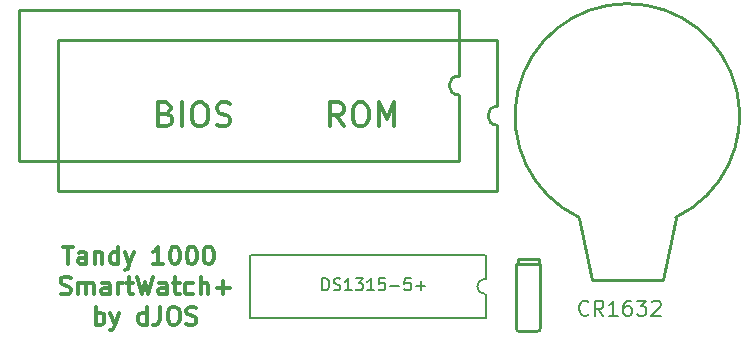
<source format=gbr>
G04 #@! TF.GenerationSoftware,KiCad,Pcbnew,(5.1.5-0-10_14)*
G04 #@! TF.CreationDate,2020-05-18T10:40:38+10:00*
G04 #@! TF.ProjectId,SmartWatch+,536d6172-7457-4617-9463-682b2e6b6963,rev?*
G04 #@! TF.SameCoordinates,Original*
G04 #@! TF.FileFunction,Legend,Top*
G04 #@! TF.FilePolarity,Positive*
%FSLAX46Y46*%
G04 Gerber Fmt 4.6, Leading zero omitted, Abs format (unit mm)*
G04 Created by KiCad (PCBNEW (5.1.5-0-10_14)) date 2020-05-18 10:40:38*
%MOMM*%
%LPD*%
G04 APERTURE LIST*
%ADD10C,0.300000*%
%ADD11C,0.250000*%
%ADD12C,0.152400*%
%ADD13C,0.150000*%
G04 APERTURE END LIST*
D10*
X33719666Y-32369142D02*
X34005380Y-32464380D01*
X34100619Y-32559619D01*
X34195857Y-32750095D01*
X34195857Y-33035809D01*
X34100619Y-33226285D01*
X34005380Y-33321523D01*
X33814904Y-33416761D01*
X33053000Y-33416761D01*
X33053000Y-31416761D01*
X33719666Y-31416761D01*
X33910142Y-31512000D01*
X34005380Y-31607238D01*
X34100619Y-31797714D01*
X34100619Y-31988190D01*
X34005380Y-32178666D01*
X33910142Y-32273904D01*
X33719666Y-32369142D01*
X33053000Y-32369142D01*
X35053000Y-33416761D02*
X35053000Y-31416761D01*
X36386333Y-31416761D02*
X36767285Y-31416761D01*
X36957761Y-31512000D01*
X37148238Y-31702476D01*
X37243476Y-32083428D01*
X37243476Y-32750095D01*
X37148238Y-33131047D01*
X36957761Y-33321523D01*
X36767285Y-33416761D01*
X36386333Y-33416761D01*
X36195857Y-33321523D01*
X36005380Y-33131047D01*
X35910142Y-32750095D01*
X35910142Y-32083428D01*
X36005380Y-31702476D01*
X36195857Y-31512000D01*
X36386333Y-31416761D01*
X38005380Y-33321523D02*
X38291095Y-33416761D01*
X38767285Y-33416761D01*
X38957761Y-33321523D01*
X39053000Y-33226285D01*
X39148238Y-33035809D01*
X39148238Y-32845333D01*
X39053000Y-32654857D01*
X38957761Y-32559619D01*
X38767285Y-32464380D01*
X38386333Y-32369142D01*
X38195857Y-32273904D01*
X38100619Y-32178666D01*
X38005380Y-31988190D01*
X38005380Y-31797714D01*
X38100619Y-31607238D01*
X38195857Y-31512000D01*
X38386333Y-31416761D01*
X38862523Y-31416761D01*
X39148238Y-31512000D01*
X48767285Y-33416761D02*
X48100619Y-32464380D01*
X47624428Y-33416761D02*
X47624428Y-31416761D01*
X48386333Y-31416761D01*
X48576809Y-31512000D01*
X48672047Y-31607238D01*
X48767285Y-31797714D01*
X48767285Y-32083428D01*
X48672047Y-32273904D01*
X48576809Y-32369142D01*
X48386333Y-32464380D01*
X47624428Y-32464380D01*
X50005380Y-31416761D02*
X50386333Y-31416761D01*
X50576809Y-31512000D01*
X50767285Y-31702476D01*
X50862523Y-32083428D01*
X50862523Y-32750095D01*
X50767285Y-33131047D01*
X50576809Y-33321523D01*
X50386333Y-33416761D01*
X50005380Y-33416761D01*
X49814904Y-33321523D01*
X49624428Y-33131047D01*
X49529190Y-32750095D01*
X49529190Y-32083428D01*
X49624428Y-31702476D01*
X49814904Y-31512000D01*
X50005380Y-31416761D01*
X51719666Y-33416761D02*
X51719666Y-31416761D01*
X52386333Y-32845333D01*
X53053000Y-31416761D01*
X53053000Y-33416761D01*
X24968285Y-43618571D02*
X25825428Y-43618571D01*
X25396857Y-45118571D02*
X25396857Y-43618571D01*
X26968285Y-45118571D02*
X26968285Y-44332857D01*
X26896857Y-44190000D01*
X26754000Y-44118571D01*
X26468285Y-44118571D01*
X26325428Y-44190000D01*
X26968285Y-45047142D02*
X26825428Y-45118571D01*
X26468285Y-45118571D01*
X26325428Y-45047142D01*
X26254000Y-44904285D01*
X26254000Y-44761428D01*
X26325428Y-44618571D01*
X26468285Y-44547142D01*
X26825428Y-44547142D01*
X26968285Y-44475714D01*
X27682571Y-44118571D02*
X27682571Y-45118571D01*
X27682571Y-44261428D02*
X27754000Y-44190000D01*
X27896857Y-44118571D01*
X28111142Y-44118571D01*
X28254000Y-44190000D01*
X28325428Y-44332857D01*
X28325428Y-45118571D01*
X29682571Y-45118571D02*
X29682571Y-43618571D01*
X29682571Y-45047142D02*
X29539714Y-45118571D01*
X29254000Y-45118571D01*
X29111142Y-45047142D01*
X29039714Y-44975714D01*
X28968285Y-44832857D01*
X28968285Y-44404285D01*
X29039714Y-44261428D01*
X29111142Y-44190000D01*
X29254000Y-44118571D01*
X29539714Y-44118571D01*
X29682571Y-44190000D01*
X30254000Y-44118571D02*
X30611142Y-45118571D01*
X30968285Y-44118571D02*
X30611142Y-45118571D01*
X30468285Y-45475714D01*
X30396857Y-45547142D01*
X30254000Y-45618571D01*
X33468285Y-45118571D02*
X32611142Y-45118571D01*
X33039714Y-45118571D02*
X33039714Y-43618571D01*
X32896857Y-43832857D01*
X32754000Y-43975714D01*
X32611142Y-44047142D01*
X34396857Y-43618571D02*
X34539714Y-43618571D01*
X34682571Y-43690000D01*
X34754000Y-43761428D01*
X34825428Y-43904285D01*
X34896857Y-44190000D01*
X34896857Y-44547142D01*
X34825428Y-44832857D01*
X34754000Y-44975714D01*
X34682571Y-45047142D01*
X34539714Y-45118571D01*
X34396857Y-45118571D01*
X34254000Y-45047142D01*
X34182571Y-44975714D01*
X34111142Y-44832857D01*
X34039714Y-44547142D01*
X34039714Y-44190000D01*
X34111142Y-43904285D01*
X34182571Y-43761428D01*
X34254000Y-43690000D01*
X34396857Y-43618571D01*
X35825428Y-43618571D02*
X35968285Y-43618571D01*
X36111142Y-43690000D01*
X36182571Y-43761428D01*
X36254000Y-43904285D01*
X36325428Y-44190000D01*
X36325428Y-44547142D01*
X36254000Y-44832857D01*
X36182571Y-44975714D01*
X36111142Y-45047142D01*
X35968285Y-45118571D01*
X35825428Y-45118571D01*
X35682571Y-45047142D01*
X35611142Y-44975714D01*
X35539714Y-44832857D01*
X35468285Y-44547142D01*
X35468285Y-44190000D01*
X35539714Y-43904285D01*
X35611142Y-43761428D01*
X35682571Y-43690000D01*
X35825428Y-43618571D01*
X37254000Y-43618571D02*
X37396857Y-43618571D01*
X37539714Y-43690000D01*
X37611142Y-43761428D01*
X37682571Y-43904285D01*
X37754000Y-44190000D01*
X37754000Y-44547142D01*
X37682571Y-44832857D01*
X37611142Y-44975714D01*
X37539714Y-45047142D01*
X37396857Y-45118571D01*
X37254000Y-45118571D01*
X37111142Y-45047142D01*
X37039714Y-44975714D01*
X36968285Y-44832857D01*
X36896857Y-44547142D01*
X36896857Y-44190000D01*
X36968285Y-43904285D01*
X37039714Y-43761428D01*
X37111142Y-43690000D01*
X37254000Y-43618571D01*
X24789714Y-47597142D02*
X25004000Y-47668571D01*
X25361142Y-47668571D01*
X25504000Y-47597142D01*
X25575428Y-47525714D01*
X25646857Y-47382857D01*
X25646857Y-47240000D01*
X25575428Y-47097142D01*
X25504000Y-47025714D01*
X25361142Y-46954285D01*
X25075428Y-46882857D01*
X24932571Y-46811428D01*
X24861142Y-46740000D01*
X24789714Y-46597142D01*
X24789714Y-46454285D01*
X24861142Y-46311428D01*
X24932571Y-46240000D01*
X25075428Y-46168571D01*
X25432571Y-46168571D01*
X25646857Y-46240000D01*
X26289714Y-47668571D02*
X26289714Y-46668571D01*
X26289714Y-46811428D02*
X26361142Y-46740000D01*
X26504000Y-46668571D01*
X26718285Y-46668571D01*
X26861142Y-46740000D01*
X26932571Y-46882857D01*
X26932571Y-47668571D01*
X26932571Y-46882857D02*
X27004000Y-46740000D01*
X27146857Y-46668571D01*
X27361142Y-46668571D01*
X27504000Y-46740000D01*
X27575428Y-46882857D01*
X27575428Y-47668571D01*
X28932571Y-47668571D02*
X28932571Y-46882857D01*
X28861142Y-46740000D01*
X28718285Y-46668571D01*
X28432571Y-46668571D01*
X28289714Y-46740000D01*
X28932571Y-47597142D02*
X28789714Y-47668571D01*
X28432571Y-47668571D01*
X28289714Y-47597142D01*
X28218285Y-47454285D01*
X28218285Y-47311428D01*
X28289714Y-47168571D01*
X28432571Y-47097142D01*
X28789714Y-47097142D01*
X28932571Y-47025714D01*
X29646857Y-47668571D02*
X29646857Y-46668571D01*
X29646857Y-46954285D02*
X29718285Y-46811428D01*
X29789714Y-46740000D01*
X29932571Y-46668571D01*
X30075428Y-46668571D01*
X30361142Y-46668571D02*
X30932571Y-46668571D01*
X30575428Y-46168571D02*
X30575428Y-47454285D01*
X30646857Y-47597142D01*
X30789714Y-47668571D01*
X30932571Y-47668571D01*
X31289714Y-46168571D02*
X31646857Y-47668571D01*
X31932571Y-46597142D01*
X32218285Y-47668571D01*
X32575428Y-46168571D01*
X33789714Y-47668571D02*
X33789714Y-46882857D01*
X33718285Y-46740000D01*
X33575428Y-46668571D01*
X33289714Y-46668571D01*
X33146857Y-46740000D01*
X33789714Y-47597142D02*
X33646857Y-47668571D01*
X33289714Y-47668571D01*
X33146857Y-47597142D01*
X33075428Y-47454285D01*
X33075428Y-47311428D01*
X33146857Y-47168571D01*
X33289714Y-47097142D01*
X33646857Y-47097142D01*
X33789714Y-47025714D01*
X34289714Y-46668571D02*
X34861142Y-46668571D01*
X34504000Y-46168571D02*
X34504000Y-47454285D01*
X34575428Y-47597142D01*
X34718285Y-47668571D01*
X34861142Y-47668571D01*
X36004000Y-47597142D02*
X35861142Y-47668571D01*
X35575428Y-47668571D01*
X35432571Y-47597142D01*
X35361142Y-47525714D01*
X35289714Y-47382857D01*
X35289714Y-46954285D01*
X35361142Y-46811428D01*
X35432571Y-46740000D01*
X35575428Y-46668571D01*
X35861142Y-46668571D01*
X36004000Y-46740000D01*
X36646857Y-47668571D02*
X36646857Y-46168571D01*
X37289714Y-47668571D02*
X37289714Y-46882857D01*
X37218285Y-46740000D01*
X37075428Y-46668571D01*
X36861142Y-46668571D01*
X36718285Y-46740000D01*
X36646857Y-46811428D01*
X38004000Y-47097142D02*
X39146857Y-47097142D01*
X38575428Y-47668571D02*
X38575428Y-46525714D01*
X27789714Y-50218571D02*
X27789714Y-48718571D01*
X27789714Y-49290000D02*
X27932571Y-49218571D01*
X28218285Y-49218571D01*
X28361142Y-49290000D01*
X28432571Y-49361428D01*
X28504000Y-49504285D01*
X28504000Y-49932857D01*
X28432571Y-50075714D01*
X28361142Y-50147142D01*
X28218285Y-50218571D01*
X27932571Y-50218571D01*
X27789714Y-50147142D01*
X29004000Y-49218571D02*
X29361142Y-50218571D01*
X29718285Y-49218571D02*
X29361142Y-50218571D01*
X29218285Y-50575714D01*
X29146857Y-50647142D01*
X29004000Y-50718571D01*
X32075428Y-50218571D02*
X32075428Y-48718571D01*
X32075428Y-50147142D02*
X31932571Y-50218571D01*
X31646857Y-50218571D01*
X31504000Y-50147142D01*
X31432571Y-50075714D01*
X31361142Y-49932857D01*
X31361142Y-49504285D01*
X31432571Y-49361428D01*
X31504000Y-49290000D01*
X31646857Y-49218571D01*
X31932571Y-49218571D01*
X32075428Y-49290000D01*
X33218285Y-48718571D02*
X33218285Y-49790000D01*
X33146857Y-50004285D01*
X33004000Y-50147142D01*
X32789714Y-50218571D01*
X32646857Y-50218571D01*
X34218285Y-48718571D02*
X34504000Y-48718571D01*
X34646857Y-48790000D01*
X34789714Y-48932857D01*
X34861142Y-49218571D01*
X34861142Y-49718571D01*
X34789714Y-50004285D01*
X34646857Y-50147142D01*
X34504000Y-50218571D01*
X34218285Y-50218571D01*
X34075428Y-50147142D01*
X33932571Y-50004285D01*
X33861142Y-49718571D01*
X33861142Y-49218571D01*
X33932571Y-48932857D01*
X34075428Y-48790000D01*
X34218285Y-48718571D01*
X35432571Y-50147142D02*
X35646857Y-50218571D01*
X36004000Y-50218571D01*
X36146857Y-50147142D01*
X36218285Y-50075714D01*
X36289714Y-49932857D01*
X36289714Y-49790000D01*
X36218285Y-49647142D01*
X36146857Y-49575714D01*
X36004000Y-49504285D01*
X35718285Y-49432857D01*
X35575428Y-49361428D01*
X35504000Y-49290000D01*
X35432571Y-49147142D01*
X35432571Y-49004285D01*
X35504000Y-48861428D01*
X35575428Y-48790000D01*
X35718285Y-48718571D01*
X36075428Y-48718571D01*
X36289714Y-48790000D01*
D11*
X63500000Y-45085000D02*
X65278000Y-45085000D01*
X63373000Y-45085000D02*
X63500000Y-45085000D01*
X65405000Y-45085000D02*
X65405000Y-50546000D01*
X65405000Y-45085000D02*
X65278000Y-45085000D01*
X65278000Y-44704000D02*
X65278000Y-45085000D01*
X63373000Y-45085000D02*
X63373000Y-50546000D01*
X63500000Y-44704000D02*
X63500000Y-45085000D01*
X65151000Y-50800000D02*
X63627000Y-50800000D01*
X65405000Y-50545999D02*
G75*
G02X65151000Y-50800000I-253838J-163D01*
G01*
X63627001Y-50800000D02*
G75*
G02X63373000Y-50546000I-163J253838D01*
G01*
X65278000Y-44704000D02*
X63500000Y-44704000D01*
X61767300Y-38942800D02*
X24567300Y-38942800D01*
X24567300Y-26142800D02*
X24567300Y-38942800D01*
X61767300Y-26142800D02*
X24567300Y-26142800D01*
X61767300Y-26142800D02*
X61767300Y-31742800D01*
X61767300Y-38942800D02*
X61767300Y-33342800D01*
X61767300Y-33342800D02*
G75*
G02X61767300Y-31742800I372J800000D01*
G01*
X68670000Y-41142000D02*
G75*
G02X76872000Y-41142000I4101000J8581062D01*
G01*
X75772000Y-46482000D02*
X76872000Y-41182000D01*
X69770000Y-46482000D02*
X68670000Y-41182000D01*
X69770000Y-46482000D02*
X75772000Y-46482000D01*
X58490700Y-36377400D02*
X21290700Y-36377400D01*
X21290700Y-23577400D02*
X21290700Y-36377400D01*
X58490700Y-23577400D02*
X21290700Y-23577400D01*
X58490700Y-23577400D02*
X58490700Y-29177400D01*
X58490700Y-36377400D02*
X58490700Y-30777400D01*
X58490700Y-30777400D02*
G75*
G02X58490700Y-29177400I372J800000D01*
G01*
D12*
X40894000Y-49657000D02*
X60706000Y-49657000D01*
X60769500Y-49657000D02*
X60769500Y-47625000D01*
X60706000Y-44323000D02*
X40894000Y-44323000D01*
X40830500Y-44323000D02*
X40830500Y-49657000D01*
X60706000Y-46355000D02*
G75*
G03X60706000Y-47625000I0J-635000D01*
G01*
X60769500Y-46355000D02*
X60769500Y-44323000D01*
D13*
X69475047Y-49348571D02*
X69414571Y-49409047D01*
X69233142Y-49469523D01*
X69112190Y-49469523D01*
X68930761Y-49409047D01*
X68809809Y-49288095D01*
X68749333Y-49167142D01*
X68688857Y-48925238D01*
X68688857Y-48743809D01*
X68749333Y-48501904D01*
X68809809Y-48380952D01*
X68930761Y-48260000D01*
X69112190Y-48199523D01*
X69233142Y-48199523D01*
X69414571Y-48260000D01*
X69475047Y-48320476D01*
X70745047Y-49469523D02*
X70321714Y-48864761D01*
X70019333Y-49469523D02*
X70019333Y-48199523D01*
X70503142Y-48199523D01*
X70624095Y-48260000D01*
X70684571Y-48320476D01*
X70745047Y-48441428D01*
X70745047Y-48622857D01*
X70684571Y-48743809D01*
X70624095Y-48804285D01*
X70503142Y-48864761D01*
X70019333Y-48864761D01*
X71954571Y-49469523D02*
X71228857Y-49469523D01*
X71591714Y-49469523D02*
X71591714Y-48199523D01*
X71470761Y-48380952D01*
X71349809Y-48501904D01*
X71228857Y-48562380D01*
X73043142Y-48199523D02*
X72801238Y-48199523D01*
X72680285Y-48260000D01*
X72619809Y-48320476D01*
X72498857Y-48501904D01*
X72438380Y-48743809D01*
X72438380Y-49227619D01*
X72498857Y-49348571D01*
X72559333Y-49409047D01*
X72680285Y-49469523D01*
X72922190Y-49469523D01*
X73043142Y-49409047D01*
X73103619Y-49348571D01*
X73164095Y-49227619D01*
X73164095Y-48925238D01*
X73103619Y-48804285D01*
X73043142Y-48743809D01*
X72922190Y-48683333D01*
X72680285Y-48683333D01*
X72559333Y-48743809D01*
X72498857Y-48804285D01*
X72438380Y-48925238D01*
X73587428Y-48199523D02*
X74373619Y-48199523D01*
X73950285Y-48683333D01*
X74131714Y-48683333D01*
X74252666Y-48743809D01*
X74313142Y-48804285D01*
X74373619Y-48925238D01*
X74373619Y-49227619D01*
X74313142Y-49348571D01*
X74252666Y-49409047D01*
X74131714Y-49469523D01*
X73768857Y-49469523D01*
X73647904Y-49409047D01*
X73587428Y-49348571D01*
X74857428Y-48320476D02*
X74917904Y-48260000D01*
X75038857Y-48199523D01*
X75341238Y-48199523D01*
X75462190Y-48260000D01*
X75522666Y-48320476D01*
X75583142Y-48441428D01*
X75583142Y-48562380D01*
X75522666Y-48743809D01*
X74796952Y-49469523D01*
X75583142Y-49469523D01*
X46950857Y-47315380D02*
X46950857Y-46315380D01*
X47188952Y-46315380D01*
X47331809Y-46363000D01*
X47427047Y-46458238D01*
X47474666Y-46553476D01*
X47522285Y-46743952D01*
X47522285Y-46886809D01*
X47474666Y-47077285D01*
X47427047Y-47172523D01*
X47331809Y-47267761D01*
X47188952Y-47315380D01*
X46950857Y-47315380D01*
X47903238Y-47267761D02*
X48046095Y-47315380D01*
X48284190Y-47315380D01*
X48379428Y-47267761D01*
X48427047Y-47220142D01*
X48474666Y-47124904D01*
X48474666Y-47029666D01*
X48427047Y-46934428D01*
X48379428Y-46886809D01*
X48284190Y-46839190D01*
X48093714Y-46791571D01*
X47998476Y-46743952D01*
X47950857Y-46696333D01*
X47903238Y-46601095D01*
X47903238Y-46505857D01*
X47950857Y-46410619D01*
X47998476Y-46363000D01*
X48093714Y-46315380D01*
X48331809Y-46315380D01*
X48474666Y-46363000D01*
X49427047Y-47315380D02*
X48855619Y-47315380D01*
X49141333Y-47315380D02*
X49141333Y-46315380D01*
X49046095Y-46458238D01*
X48950857Y-46553476D01*
X48855619Y-46601095D01*
X49760380Y-46315380D02*
X50379428Y-46315380D01*
X50046095Y-46696333D01*
X50188952Y-46696333D01*
X50284190Y-46743952D01*
X50331809Y-46791571D01*
X50379428Y-46886809D01*
X50379428Y-47124904D01*
X50331809Y-47220142D01*
X50284190Y-47267761D01*
X50188952Y-47315380D01*
X49903238Y-47315380D01*
X49808000Y-47267761D01*
X49760380Y-47220142D01*
X51331809Y-47315380D02*
X50760380Y-47315380D01*
X51046095Y-47315380D02*
X51046095Y-46315380D01*
X50950857Y-46458238D01*
X50855619Y-46553476D01*
X50760380Y-46601095D01*
X52236571Y-46315380D02*
X51760380Y-46315380D01*
X51712761Y-46791571D01*
X51760380Y-46743952D01*
X51855619Y-46696333D01*
X52093714Y-46696333D01*
X52188952Y-46743952D01*
X52236571Y-46791571D01*
X52284190Y-46886809D01*
X52284190Y-47124904D01*
X52236571Y-47220142D01*
X52188952Y-47267761D01*
X52093714Y-47315380D01*
X51855619Y-47315380D01*
X51760380Y-47267761D01*
X51712761Y-47220142D01*
X52712761Y-46934428D02*
X53474666Y-46934428D01*
X54427047Y-46315380D02*
X53950857Y-46315380D01*
X53903238Y-46791571D01*
X53950857Y-46743952D01*
X54046095Y-46696333D01*
X54284190Y-46696333D01*
X54379428Y-46743952D01*
X54427047Y-46791571D01*
X54474666Y-46886809D01*
X54474666Y-47124904D01*
X54427047Y-47220142D01*
X54379428Y-47267761D01*
X54284190Y-47315380D01*
X54046095Y-47315380D01*
X53950857Y-47267761D01*
X53903238Y-47220142D01*
X54903238Y-46934428D02*
X55665142Y-46934428D01*
X55284190Y-47315380D02*
X55284190Y-46553476D01*
M02*

</source>
